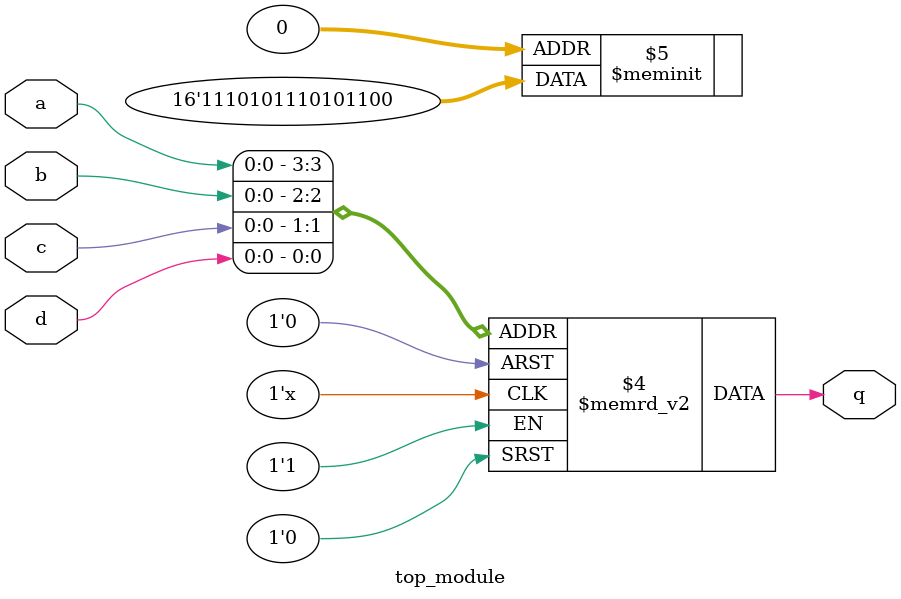
<source format=sv>
module top_module (
   input logic a, 
   input logic b, 
   input logic c, 
   input logic d,
   output logic q
);

   always_comb begin
      case ({a, b, c, d})
         4'b0000: q = 1'b0;
         4'b0001: q = 1'b0;
         4'b0010: q = 1'b1;
         4'b0011: q = 1'b1;
         4'b0100: q = 1'b0;
         4'b0101: q = 1'b1;
         4'b0110: q = 1'b0;
         4'b0111: q = 1'b1;
         4'b1000: q = 1'b1;
         4'b1001: q = 1'b1;
         4'b1010: q = 1'b0;
         4'b1011: q = 1'b1;
         4'b1100: q = 1'b0;
         4'b1101: q = 1'b1;
         4'b1110: q = 1'b1;
         4'b1111: q = 1'b1;
      endcase
   end

endmodule

</source>
